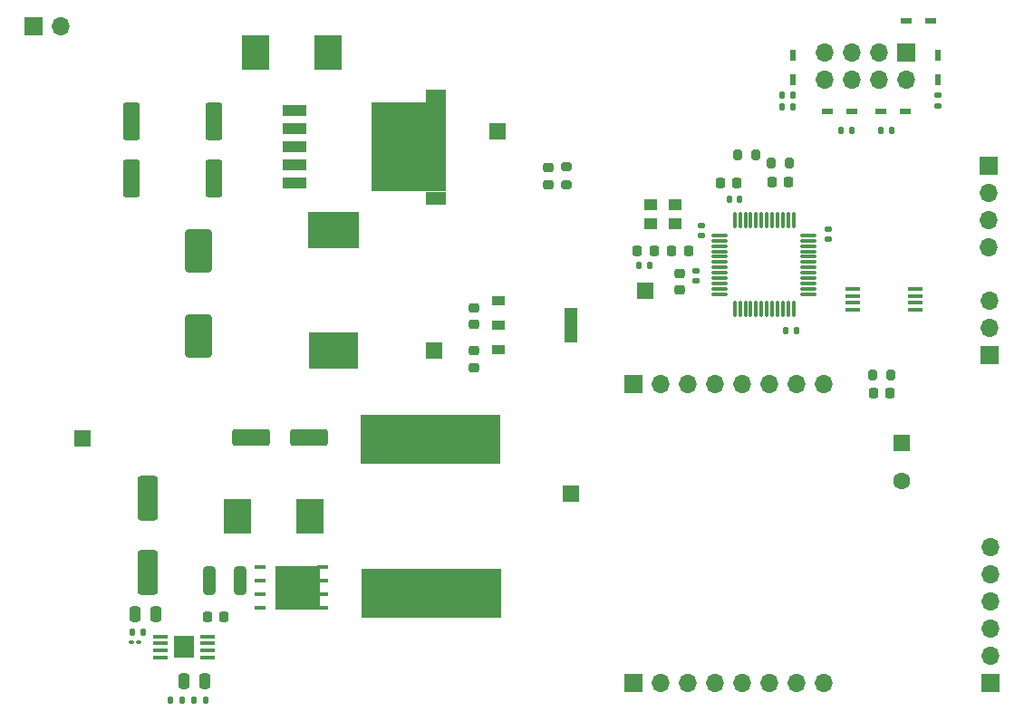
<source format=gbr>
%TF.GenerationSoftware,KiCad,Pcbnew,(6.0.8)*%
%TF.CreationDate,2022-12-06T21:08:53-08:00*%
%TF.ProjectId,motor_controller,6d6f746f-725f-4636-9f6e-74726f6c6c65,B1 (HULA) v0.2*%
%TF.SameCoordinates,Original*%
%TF.FileFunction,Soldermask,Top*%
%TF.FilePolarity,Negative*%
%FSLAX46Y46*%
G04 Gerber Fmt 4.6, Leading zero omitted, Abs format (unit mm)*
G04 Created by KiCad (PCBNEW (6.0.8)) date 2022-12-06 21:08:53*
%MOMM*%
%LPD*%
G01*
G04 APERTURE LIST*
G04 Aperture macros list*
%AMRoundRect*
0 Rectangle with rounded corners*
0 $1 Rounding radius*
0 $2 $3 $4 $5 $6 $7 $8 $9 X,Y pos of 4 corners*
0 Add a 4 corners polygon primitive as box body*
4,1,4,$2,$3,$4,$5,$6,$7,$8,$9,$2,$3,0*
0 Add four circle primitives for the rounded corners*
1,1,$1+$1,$2,$3*
1,1,$1+$1,$4,$5*
1,1,$1+$1,$6,$7*
1,1,$1+$1,$8,$9*
0 Add four rect primitives between the rounded corners*
20,1,$1+$1,$2,$3,$4,$5,0*
20,1,$1+$1,$4,$5,$6,$7,0*
20,1,$1+$1,$6,$7,$8,$9,0*
20,1,$1+$1,$8,$9,$2,$3,0*%
G04 Aperture macros list end*
%ADD10C,0.100000*%
%ADD11R,1.250000X0.950000*%
%ADD12R,1.250000X3.200000*%
%ADD13RoundRect,0.225000X-0.225000X-0.250000X0.225000X-0.250000X0.225000X0.250000X-0.225000X0.250000X0*%
%ADD14R,1.500000X1.500000*%
%ADD15R,1.700000X1.700000*%
%ADD16O,1.700000X1.700000*%
%ADD17RoundRect,0.200000X-0.275000X0.200000X-0.275000X-0.200000X0.275000X-0.200000X0.275000X0.200000X0*%
%ADD18RoundRect,0.225000X0.225000X0.250000X-0.225000X0.250000X-0.225000X-0.250000X0.225000X-0.250000X0*%
%ADD19R,0.500000X1.100000*%
%ADD20R,1.300000X1.050000*%
%ADD21RoundRect,0.225000X-0.250000X0.225000X-0.250000X-0.225000X0.250000X-0.225000X0.250000X0.225000X0*%
%ADD22RoundRect,0.140000X-0.140000X-0.170000X0.140000X-0.170000X0.140000X0.170000X-0.140000X0.170000X0*%
%ADD23RoundRect,0.135000X0.135000X0.185000X-0.135000X0.185000X-0.135000X-0.185000X0.135000X-0.185000X0*%
%ADD24RoundRect,0.250000X0.312500X1.075000X-0.312500X1.075000X-0.312500X-1.075000X0.312500X-1.075000X0*%
%ADD25R,1.425000X0.450000*%
%ADD26R,1.880000X2.000000*%
%ADD27RoundRect,0.225000X0.250000X-0.225000X0.250000X0.225000X-0.250000X0.225000X-0.250000X-0.225000X0*%
%ADD28R,2.500000X3.300000*%
%ADD29RoundRect,0.100000X-0.130000X-0.100000X0.130000X-0.100000X0.130000X0.100000X-0.130000X0.100000X0*%
%ADD30RoundRect,0.140000X0.140000X0.170000X-0.140000X0.170000X-0.140000X-0.170000X0.140000X-0.170000X0*%
%ADD31R,1.016000X0.457200*%
%ADD32RoundRect,0.250000X1.000000X-1.750000X1.000000X1.750000X-1.000000X1.750000X-1.000000X-1.750000X0*%
%ADD33R,1.600000X1.600000*%
%ADD34C,1.600000*%
%ADD35R,1.450000X0.450000*%
%ADD36RoundRect,0.250000X0.700000X-1.825000X0.700000X1.825000X-0.700000X1.825000X-0.700000X-1.825000X0*%
%ADD37RoundRect,0.200000X0.200000X0.275000X-0.200000X0.275000X-0.200000X-0.275000X0.200000X-0.275000X0*%
%ADD38RoundRect,0.135000X0.185000X-0.135000X0.185000X0.135000X-0.185000X0.135000X-0.185000X-0.135000X0*%
%ADD39RoundRect,0.140000X-0.170000X0.140000X-0.170000X-0.140000X0.170000X-0.140000X0.170000X0.140000X0*%
%ADD40RoundRect,0.218750X0.218750X0.256250X-0.218750X0.256250X-0.218750X-0.256250X0.218750X-0.256250X0*%
%ADD41RoundRect,0.250000X1.500000X0.550000X-1.500000X0.550000X-1.500000X-0.550000X1.500000X-0.550000X0*%
%ADD42R,2.160000X1.020000*%
%ADD43R,6.990000X8.330000*%
%ADD44R,1.910000X1.235000*%
%ADD45RoundRect,0.135000X-0.135000X-0.185000X0.135000X-0.185000X0.135000X0.185000X-0.135000X0.185000X0*%
%ADD46RoundRect,0.250000X-0.550000X1.500000X-0.550000X-1.500000X0.550000X-1.500000X0.550000X1.500000X0*%
%ADD47R,1.100000X0.500000*%
%ADD48R,13.100000X4.600000*%
%ADD49R,13.050000X4.550000*%
%ADD50RoundRect,0.250000X-0.250000X-0.475000X0.250000X-0.475000X0.250000X0.475000X-0.250000X0.475000X0*%
%ADD51RoundRect,0.075000X-0.662500X-0.075000X0.662500X-0.075000X0.662500X0.075000X-0.662500X0.075000X0*%
%ADD52RoundRect,0.075000X-0.075000X-0.662500X0.075000X-0.662500X0.075000X0.662500X-0.075000X0.662500X0*%
%ADD53RoundRect,0.140000X0.170000X-0.140000X0.170000X0.140000X-0.170000X0.140000X-0.170000X-0.140000X0*%
%ADD54RoundRect,0.200000X-0.200000X-0.275000X0.200000X-0.275000X0.200000X0.275000X-0.200000X0.275000X0*%
%ADD55RoundRect,0.250000X0.250000X0.475000X-0.250000X0.475000X-0.250000X-0.475000X0.250000X-0.475000X0*%
%ADD56RoundRect,0.218750X-0.256250X0.218750X-0.256250X-0.218750X0.256250X-0.218750X0.256250X0.218750X0*%
%ADD57R,4.650000X3.450000*%
%ADD58R,4.750000X3.450000*%
G04 APERTURE END LIST*
%TO.C,MOSFET301*%
G36*
X106016200Y-109593900D02*
G01*
X101977600Y-109593900D01*
X101977600Y-105606100D01*
X106016200Y-105606100D01*
X106016200Y-109593900D01*
G37*
D10*
X106016200Y-109593900D02*
X101977600Y-109593900D01*
X101977600Y-105606100D01*
X106016200Y-105606100D01*
X106016200Y-109593900D01*
%TD*%
D11*
%TO.C,IC402*%
X122752000Y-80850000D03*
X122752000Y-83150000D03*
X122752000Y-85450000D03*
D12*
X129552000Y-83150000D03*
%TD*%
D13*
%TO.C,C101*%
X143525000Y-69850000D03*
X145075000Y-69850000D03*
%TD*%
D14*
%TO.C,TP202*%
X129600000Y-98900000D03*
%TD*%
D15*
%TO.C,J501*%
X135440000Y-88640000D03*
D16*
X137980000Y-88640000D03*
X140520000Y-88640000D03*
X143060000Y-88640000D03*
X145600000Y-88640000D03*
X148140000Y-88640000D03*
X150680000Y-88640000D03*
X153220000Y-88640000D03*
%TD*%
D17*
%TO.C,R202*%
X129175000Y-68350000D03*
X129175000Y-70000000D03*
%TD*%
D18*
%TO.C,C108*%
X140525000Y-76150000D03*
X138975000Y-76150000D03*
%TD*%
D19*
%TO.C,D604*%
X150300000Y-57900000D03*
X150300000Y-60200000D03*
%TD*%
D20*
%TO.C,Y101*%
X139300000Y-71875000D03*
X137000000Y-71875000D03*
X137000000Y-73625000D03*
X139300000Y-73625000D03*
%TD*%
D21*
%TO.C,C401*%
X120502000Y-85525000D03*
X120502000Y-87075000D03*
%TD*%
D22*
%TO.C,C105*%
X144370000Y-71325000D03*
X145330000Y-71325000D03*
%TD*%
D23*
%TO.C,R603*%
X150310000Y-61600000D03*
X149290000Y-61600000D03*
%TD*%
D24*
%TO.C,R302*%
X98662500Y-107000000D03*
X95737500Y-107000000D03*
%TD*%
D23*
%TO.C,R604*%
X155810000Y-64950000D03*
X154790000Y-64950000D03*
%TD*%
D25*
%TO.C,IC301*%
X91188000Y-112225000D03*
X91188000Y-112875000D03*
X91188000Y-113525000D03*
X91188000Y-114175000D03*
X95612000Y-114175000D03*
X95612000Y-113525000D03*
X95612000Y-112875000D03*
X95612000Y-112225000D03*
D26*
X93400000Y-113200000D03*
%TD*%
D14*
%TO.C,TP201*%
X83900000Y-93700000D03*
%TD*%
D27*
%TO.C,C402*%
X120502000Y-83075000D03*
X120502000Y-81525000D03*
%TD*%
D19*
%TO.C,D602*%
X163850000Y-57900000D03*
X163850000Y-60200000D03*
%TD*%
D28*
%TO.C,D401*%
X106900000Y-57650000D03*
X100100000Y-57650000D03*
%TD*%
D15*
%TO.C,J201*%
X79350000Y-55175000D03*
D16*
X81890000Y-55175000D03*
%TD*%
D29*
%TO.C,R303*%
X88530000Y-112800000D03*
X89170000Y-112800000D03*
%TD*%
D23*
%TO.C,R103*%
X136960000Y-77500000D03*
X135940000Y-77500000D03*
%TD*%
D14*
%TO.C,TP203*%
X122700000Y-65000000D03*
%TD*%
D15*
%TO.C,J601*%
X168625000Y-68200000D03*
D16*
X168625000Y-70740000D03*
X168625000Y-73280000D03*
X168625000Y-75820000D03*
%TD*%
D30*
%TO.C,C103*%
X150605000Y-83650000D03*
X149645000Y-83650000D03*
%TD*%
D23*
%TO.C,R305*%
X93200000Y-118200000D03*
X92180000Y-118200000D03*
%TD*%
D31*
%TO.C,MOSFET301*%
X100479000Y-105695000D03*
X100479000Y-106965000D03*
X100479000Y-108235000D03*
X100479000Y-109505000D03*
X106321000Y-109505000D03*
X106321000Y-108235000D03*
X106321000Y-106965000D03*
X106321000Y-105695000D03*
%TD*%
D32*
%TO.C,C405*%
X94750000Y-84150000D03*
X94750000Y-76150000D03*
%TD*%
D23*
%TO.C,R602*%
X159510000Y-64900000D03*
X158490000Y-64900000D03*
%TD*%
D33*
%TO.C,C501*%
X160500000Y-94147349D03*
D34*
X160500000Y-97647349D03*
%TD*%
D35*
%TO.C,IC601*%
X155875000Y-79725000D03*
X155875000Y-80375000D03*
X155875000Y-81025000D03*
X155875000Y-81675000D03*
X161725000Y-81675000D03*
X161725000Y-81025000D03*
X161725000Y-80375000D03*
X161725000Y-79725000D03*
%TD*%
D15*
%TO.C,J603*%
X160890000Y-57650000D03*
D16*
X160890000Y-60190000D03*
X158350000Y-57650000D03*
X158350000Y-60190000D03*
X155810000Y-57650000D03*
X155810000Y-60190000D03*
X153270000Y-57650000D03*
X153270000Y-60190000D03*
%TD*%
D36*
%TO.C,C303*%
X90000000Y-106275000D03*
X90000000Y-99325000D03*
%TD*%
D37*
%TO.C,R102*%
X149950000Y-68000000D03*
X148300000Y-68000000D03*
%TD*%
D38*
%TO.C,R601*%
X163850000Y-62610000D03*
X163850000Y-61590000D03*
%TD*%
D39*
%TO.C,C104*%
X153605000Y-74120000D03*
X153605000Y-75080000D03*
%TD*%
D40*
%TO.C,D201*%
X159387500Y-89500000D03*
X157812500Y-89500000D03*
%TD*%
D41*
%TO.C,C305*%
X105100000Y-93600000D03*
X99700000Y-93600000D03*
%TD*%
D13*
%TO.C,C109*%
X135775000Y-76150000D03*
X137325000Y-76150000D03*
%TD*%
%TO.C,C302*%
X95625000Y-110400000D03*
X97175000Y-110400000D03*
%TD*%
D42*
%TO.C,IC401*%
X103725000Y-63050000D03*
X103725000Y-64750000D03*
X103725000Y-66450000D03*
X103725000Y-68150000D03*
X103725000Y-69850000D03*
D43*
X114400000Y-66450000D03*
D44*
X116940000Y-71232500D03*
X116940000Y-61667500D03*
%TD*%
D27*
%TO.C,C106*%
X139700000Y-79850000D03*
X139700000Y-78300000D03*
%TD*%
D45*
%TO.C,C601*%
X149290000Y-62700000D03*
X150310000Y-62700000D03*
%TD*%
D46*
%TO.C,C403*%
X96200000Y-64050000D03*
X96200000Y-69450000D03*
%TD*%
D47*
%TO.C,D605*%
X153500000Y-63150000D03*
X155800000Y-63150000D03*
%TD*%
D23*
%TO.C,R304*%
X95400000Y-118200000D03*
X94380000Y-118200000D03*
%TD*%
D47*
%TO.C,D603*%
X163200000Y-54700000D03*
X160900000Y-54700000D03*
%TD*%
D48*
%TO.C,L301*%
X116500000Y-108200000D03*
D49*
X116475000Y-93825000D03*
%TD*%
D15*
%TO.C,J502*%
X135440000Y-116560000D03*
D16*
X137980000Y-116560000D03*
X140520000Y-116560000D03*
X143060000Y-116560000D03*
X145600000Y-116560000D03*
X148140000Y-116560000D03*
X150680000Y-116560000D03*
X153220000Y-116560000D03*
%TD*%
D50*
%TO.C,C301*%
X88850000Y-110100000D03*
X90750000Y-110100000D03*
%TD*%
D51*
%TO.C,U101*%
X143450900Y-74728400D03*
X143450900Y-75228400D03*
X143450900Y-75728400D03*
X143450900Y-76228400D03*
X143450900Y-76728400D03*
X143450900Y-77228400D03*
X143450900Y-77728400D03*
X143450900Y-78228400D03*
X143450900Y-78728400D03*
X143450900Y-79228400D03*
X143450900Y-79728400D03*
X143450900Y-80228400D03*
D52*
X144863400Y-81640900D03*
X145363400Y-81640900D03*
X145863400Y-81640900D03*
X146363400Y-81640900D03*
X146863400Y-81640900D03*
X147363400Y-81640900D03*
X147863400Y-81640900D03*
X148363400Y-81640900D03*
X148863400Y-81640900D03*
X149363400Y-81640900D03*
X149863400Y-81640900D03*
X150363400Y-81640900D03*
D51*
X151775900Y-80228400D03*
X151775900Y-79728400D03*
X151775900Y-79228400D03*
X151775900Y-78728400D03*
X151775900Y-78228400D03*
X151775900Y-77728400D03*
X151775900Y-77228400D03*
X151775900Y-76728400D03*
X151775900Y-76228400D03*
X151775900Y-75728400D03*
X151775900Y-75228400D03*
X151775900Y-74728400D03*
D52*
X150363400Y-73315900D03*
X149863400Y-73315900D03*
X149363400Y-73315900D03*
X148863400Y-73315900D03*
X148363400Y-73315900D03*
X147863400Y-73315900D03*
X147363400Y-73315900D03*
X146863400Y-73315900D03*
X146363400Y-73315900D03*
X145863400Y-73315900D03*
X145363400Y-73315900D03*
X144863400Y-73315900D03*
%TD*%
D14*
%TO.C,TP401*%
X116800000Y-85500000D03*
%TD*%
D53*
%TO.C,C102*%
X141769800Y-74732700D03*
X141769800Y-73772700D03*
%TD*%
D54*
%TO.C,R101*%
X145175000Y-67200000D03*
X146825000Y-67200000D03*
%TD*%
D45*
%TO.C,R301*%
X88540000Y-111800000D03*
X89560000Y-111800000D03*
%TD*%
D55*
%TO.C,C304*%
X95350000Y-116400000D03*
X93450000Y-116400000D03*
%TD*%
D53*
%TO.C,C107*%
X141225000Y-78980000D03*
X141225000Y-78020000D03*
%TD*%
D47*
%TO.C,D601*%
X160800000Y-63150000D03*
X158500000Y-63150000D03*
%TD*%
D15*
%TO.C,J503*%
X168800000Y-116550000D03*
D16*
X168800000Y-114010000D03*
X168800000Y-111470000D03*
X168800000Y-108930000D03*
X168800000Y-106390000D03*
X168800000Y-103850000D03*
%TD*%
D56*
%TO.C,D202*%
X127425000Y-68387500D03*
X127425000Y-69962500D03*
%TD*%
D40*
%TO.C,D101*%
X149900000Y-69754275D03*
X148325000Y-69754275D03*
%TD*%
D46*
%TO.C,C404*%
X88500000Y-64050000D03*
X88500000Y-69450000D03*
%TD*%
D14*
%TO.C,TP101*%
X136500000Y-79950000D03*
%TD*%
D54*
%TO.C,R201*%
X157775000Y-87800000D03*
X159425000Y-87800000D03*
%TD*%
D57*
%TO.C,L401*%
X107375000Y-85525000D03*
D58*
X107375000Y-74275000D03*
%TD*%
D28*
%TO.C,D301*%
X105200000Y-101000000D03*
X98400000Y-101000000D03*
%TD*%
D15*
%TO.C,J602*%
X168675000Y-85925000D03*
D16*
X168675000Y-83385000D03*
X168675000Y-80845000D03*
%TD*%
M02*

</source>
